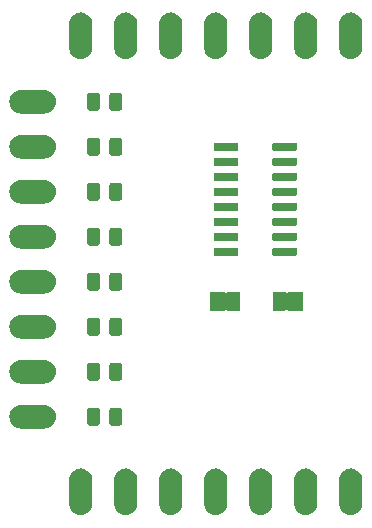
<source format=gbr>
G04 #@! TF.GenerationSoftware,KiCad,Pcbnew,5.1.5-5.1.5*
G04 #@! TF.CreationDate,2020-09-02T20:46:33-05:00*
G04 #@! TF.ProjectId,74HC597-Breakout,37344843-3539-4372-9d42-7265616b6f75,rev?*
G04 #@! TF.SameCoordinates,Original*
G04 #@! TF.FileFunction,Soldermask,Top*
G04 #@! TF.FilePolarity,Negative*
%FSLAX46Y46*%
G04 Gerber Fmt 4.6, Leading zero omitted, Abs format (unit mm)*
G04 Created by KiCad (PCBNEW 5.1.5-5.1.5) date 2020-09-02 20:46:33*
%MOMM*%
%LPD*%
G04 APERTURE LIST*
%ADD10C,0.100000*%
G04 APERTURE END LIST*
D10*
G36*
X132784719Y-132678520D02*
G01*
X132973880Y-132735901D01*
X132973883Y-132735902D01*
X133066333Y-132785318D01*
X133148212Y-132829083D01*
X133301015Y-132954485D01*
X133426417Y-133107288D01*
X133519599Y-133281619D01*
X133576980Y-133470780D01*
X133591500Y-133618206D01*
X133591500Y-135621794D01*
X133576980Y-135769220D01*
X133519599Y-135958381D01*
X133426417Y-136132712D01*
X133301015Y-136285515D01*
X133148212Y-136410917D01*
X132973881Y-136504099D01*
X132784720Y-136561480D01*
X132588000Y-136580855D01*
X132391281Y-136561480D01*
X132202120Y-136504099D01*
X132027789Y-136410917D01*
X131874986Y-136285515D01*
X131749584Y-136132712D01*
X131656402Y-135958381D01*
X131599021Y-135769220D01*
X131584501Y-135621794D01*
X131584500Y-133618207D01*
X131599020Y-133470781D01*
X131656401Y-133281620D01*
X131656402Y-133281617D01*
X131705818Y-133189167D01*
X131749583Y-133107288D01*
X131874985Y-132954485D01*
X132027788Y-132829083D01*
X132202119Y-132735901D01*
X132391280Y-132678520D01*
X132588000Y-132659145D01*
X132784719Y-132678520D01*
G37*
G36*
X136594719Y-132678520D02*
G01*
X136783880Y-132735901D01*
X136783883Y-132735902D01*
X136876333Y-132785318D01*
X136958212Y-132829083D01*
X137111015Y-132954485D01*
X137236417Y-133107288D01*
X137329599Y-133281619D01*
X137386980Y-133470780D01*
X137401500Y-133618206D01*
X137401500Y-135621794D01*
X137386980Y-135769220D01*
X137329599Y-135958381D01*
X137236417Y-136132712D01*
X137111015Y-136285515D01*
X136958212Y-136410917D01*
X136783881Y-136504099D01*
X136594720Y-136561480D01*
X136398000Y-136580855D01*
X136201281Y-136561480D01*
X136012120Y-136504099D01*
X135837789Y-136410917D01*
X135684986Y-136285515D01*
X135559584Y-136132712D01*
X135466402Y-135958381D01*
X135409021Y-135769220D01*
X135394501Y-135621794D01*
X135394500Y-133618207D01*
X135409020Y-133470781D01*
X135466401Y-133281620D01*
X135466402Y-133281617D01*
X135515818Y-133189167D01*
X135559583Y-133107288D01*
X135684985Y-132954485D01*
X135837788Y-132829083D01*
X136012119Y-132735901D01*
X136201280Y-132678520D01*
X136398000Y-132659145D01*
X136594719Y-132678520D01*
G37*
G36*
X140404719Y-132678520D02*
G01*
X140593880Y-132735901D01*
X140593883Y-132735902D01*
X140686333Y-132785318D01*
X140768212Y-132829083D01*
X140921015Y-132954485D01*
X141046417Y-133107288D01*
X141139599Y-133281619D01*
X141196980Y-133470780D01*
X141211500Y-133618206D01*
X141211500Y-135621794D01*
X141196980Y-135769220D01*
X141139599Y-135958381D01*
X141046417Y-136132712D01*
X140921015Y-136285515D01*
X140768212Y-136410917D01*
X140593881Y-136504099D01*
X140404720Y-136561480D01*
X140208000Y-136580855D01*
X140011281Y-136561480D01*
X139822120Y-136504099D01*
X139647789Y-136410917D01*
X139494986Y-136285515D01*
X139369584Y-136132712D01*
X139276402Y-135958381D01*
X139219021Y-135769220D01*
X139204501Y-135621794D01*
X139204500Y-133618207D01*
X139219020Y-133470781D01*
X139276401Y-133281620D01*
X139276402Y-133281617D01*
X139325818Y-133189167D01*
X139369583Y-133107288D01*
X139494985Y-132954485D01*
X139647788Y-132829083D01*
X139822119Y-132735901D01*
X140011280Y-132678520D01*
X140208000Y-132659145D01*
X140404719Y-132678520D01*
G37*
G36*
X144214719Y-132678520D02*
G01*
X144403880Y-132735901D01*
X144403883Y-132735902D01*
X144496333Y-132785318D01*
X144578212Y-132829083D01*
X144731015Y-132954485D01*
X144856417Y-133107288D01*
X144949599Y-133281619D01*
X145006980Y-133470780D01*
X145021500Y-133618206D01*
X145021500Y-135621794D01*
X145006980Y-135769220D01*
X144949599Y-135958381D01*
X144856417Y-136132712D01*
X144731015Y-136285515D01*
X144578212Y-136410917D01*
X144403881Y-136504099D01*
X144214720Y-136561480D01*
X144018000Y-136580855D01*
X143821281Y-136561480D01*
X143632120Y-136504099D01*
X143457789Y-136410917D01*
X143304986Y-136285515D01*
X143179584Y-136132712D01*
X143086402Y-135958381D01*
X143029021Y-135769220D01*
X143014501Y-135621794D01*
X143014500Y-133618207D01*
X143029020Y-133470781D01*
X143086401Y-133281620D01*
X143086402Y-133281617D01*
X143135818Y-133189167D01*
X143179583Y-133107288D01*
X143304985Y-132954485D01*
X143457788Y-132829083D01*
X143632119Y-132735901D01*
X143821280Y-132678520D01*
X144018000Y-132659145D01*
X144214719Y-132678520D01*
G37*
G36*
X151834719Y-132678520D02*
G01*
X152023880Y-132735901D01*
X152023883Y-132735902D01*
X152116333Y-132785318D01*
X152198212Y-132829083D01*
X152351015Y-132954485D01*
X152476417Y-133107288D01*
X152569599Y-133281619D01*
X152626980Y-133470780D01*
X152641500Y-133618206D01*
X152641500Y-135621794D01*
X152626980Y-135769220D01*
X152569599Y-135958381D01*
X152476417Y-136132712D01*
X152351015Y-136285515D01*
X152198212Y-136410917D01*
X152023881Y-136504099D01*
X151834720Y-136561480D01*
X151638000Y-136580855D01*
X151441281Y-136561480D01*
X151252120Y-136504099D01*
X151077789Y-136410917D01*
X150924986Y-136285515D01*
X150799584Y-136132712D01*
X150706402Y-135958381D01*
X150649021Y-135769220D01*
X150634501Y-135621794D01*
X150634500Y-133618207D01*
X150649020Y-133470781D01*
X150706401Y-133281620D01*
X150706402Y-133281617D01*
X150755818Y-133189167D01*
X150799583Y-133107288D01*
X150924985Y-132954485D01*
X151077788Y-132829083D01*
X151252119Y-132735901D01*
X151441280Y-132678520D01*
X151638000Y-132659145D01*
X151834719Y-132678520D01*
G37*
G36*
X155644719Y-132678520D02*
G01*
X155833880Y-132735901D01*
X155833883Y-132735902D01*
X155926333Y-132785318D01*
X156008212Y-132829083D01*
X156161015Y-132954485D01*
X156286417Y-133107288D01*
X156379599Y-133281619D01*
X156436980Y-133470780D01*
X156451500Y-133618206D01*
X156451500Y-135621794D01*
X156436980Y-135769220D01*
X156379599Y-135958381D01*
X156286417Y-136132712D01*
X156161015Y-136285515D01*
X156008212Y-136410917D01*
X155833881Y-136504099D01*
X155644720Y-136561480D01*
X155448000Y-136580855D01*
X155251281Y-136561480D01*
X155062120Y-136504099D01*
X154887789Y-136410917D01*
X154734986Y-136285515D01*
X154609584Y-136132712D01*
X154516402Y-135958381D01*
X154459021Y-135769220D01*
X154444501Y-135621794D01*
X154444500Y-133618207D01*
X154459020Y-133470781D01*
X154516401Y-133281620D01*
X154516402Y-133281617D01*
X154565818Y-133189167D01*
X154609583Y-133107288D01*
X154734985Y-132954485D01*
X154887788Y-132829083D01*
X155062119Y-132735901D01*
X155251280Y-132678520D01*
X155448000Y-132659145D01*
X155644719Y-132678520D01*
G37*
G36*
X148024719Y-132678520D02*
G01*
X148213880Y-132735901D01*
X148213883Y-132735902D01*
X148306333Y-132785318D01*
X148388212Y-132829083D01*
X148541015Y-132954485D01*
X148666417Y-133107288D01*
X148759599Y-133281619D01*
X148816980Y-133470780D01*
X148831500Y-133618206D01*
X148831500Y-135621794D01*
X148816980Y-135769220D01*
X148759599Y-135958381D01*
X148666417Y-136132712D01*
X148541015Y-136285515D01*
X148388212Y-136410917D01*
X148213881Y-136504099D01*
X148024720Y-136561480D01*
X147828000Y-136580855D01*
X147631281Y-136561480D01*
X147442120Y-136504099D01*
X147267789Y-136410917D01*
X147114986Y-136285515D01*
X146989584Y-136132712D01*
X146896402Y-135958381D01*
X146839021Y-135769220D01*
X146824501Y-135621794D01*
X146824500Y-133618207D01*
X146839020Y-133470781D01*
X146896401Y-133281620D01*
X146896402Y-133281617D01*
X146945818Y-133189167D01*
X146989583Y-133107288D01*
X147114985Y-132954485D01*
X147267788Y-132829083D01*
X147442119Y-132735901D01*
X147631280Y-132678520D01*
X147828000Y-132659145D01*
X148024719Y-132678520D01*
G37*
G36*
X129574936Y-127271340D02*
G01*
X129673220Y-127281020D01*
X129862381Y-127338401D01*
X130036712Y-127431583D01*
X130189515Y-127556985D01*
X130314917Y-127709788D01*
X130408099Y-127884119D01*
X130465480Y-128073280D01*
X130484855Y-128270000D01*
X130465480Y-128466720D01*
X130408099Y-128655881D01*
X130314917Y-128830212D01*
X130189515Y-128983015D01*
X130036712Y-129108417D01*
X129862381Y-129201599D01*
X129673220Y-129258980D01*
X129574936Y-129268660D01*
X129525795Y-129273500D01*
X127522205Y-129273500D01*
X127473064Y-129268660D01*
X127374780Y-129258980D01*
X127185619Y-129201599D01*
X127011288Y-129108417D01*
X126858485Y-128983015D01*
X126733083Y-128830212D01*
X126639901Y-128655881D01*
X126582520Y-128466720D01*
X126563145Y-128270000D01*
X126582520Y-128073280D01*
X126639901Y-127884119D01*
X126733083Y-127709788D01*
X126858485Y-127556985D01*
X127011288Y-127431583D01*
X127185619Y-127338401D01*
X127374780Y-127281020D01*
X127473064Y-127271340D01*
X127522205Y-127266500D01*
X129525795Y-127266500D01*
X129574936Y-127271340D01*
G37*
G36*
X135929468Y-127523565D02*
G01*
X135968138Y-127535296D01*
X136003777Y-127554346D01*
X136035017Y-127579983D01*
X136060654Y-127611223D01*
X136079704Y-127646862D01*
X136091435Y-127685532D01*
X136096000Y-127731888D01*
X136096000Y-128808112D01*
X136091435Y-128854468D01*
X136079704Y-128893138D01*
X136060654Y-128928777D01*
X136035017Y-128960017D01*
X136003777Y-128985654D01*
X135968138Y-129004704D01*
X135929468Y-129016435D01*
X135883112Y-129021000D01*
X135231888Y-129021000D01*
X135185532Y-129016435D01*
X135146862Y-129004704D01*
X135111223Y-128985654D01*
X135079983Y-128960017D01*
X135054346Y-128928777D01*
X135035296Y-128893138D01*
X135023565Y-128854468D01*
X135019000Y-128808112D01*
X135019000Y-127731888D01*
X135023565Y-127685532D01*
X135035296Y-127646862D01*
X135054346Y-127611223D01*
X135079983Y-127579983D01*
X135111223Y-127554346D01*
X135146862Y-127535296D01*
X135185532Y-127523565D01*
X135231888Y-127519000D01*
X135883112Y-127519000D01*
X135929468Y-127523565D01*
G37*
G36*
X134054468Y-127523565D02*
G01*
X134093138Y-127535296D01*
X134128777Y-127554346D01*
X134160017Y-127579983D01*
X134185654Y-127611223D01*
X134204704Y-127646862D01*
X134216435Y-127685532D01*
X134221000Y-127731888D01*
X134221000Y-128808112D01*
X134216435Y-128854468D01*
X134204704Y-128893138D01*
X134185654Y-128928777D01*
X134160017Y-128960017D01*
X134128777Y-128985654D01*
X134093138Y-129004704D01*
X134054468Y-129016435D01*
X134008112Y-129021000D01*
X133356888Y-129021000D01*
X133310532Y-129016435D01*
X133271862Y-129004704D01*
X133236223Y-128985654D01*
X133204983Y-128960017D01*
X133179346Y-128928777D01*
X133160296Y-128893138D01*
X133148565Y-128854468D01*
X133144000Y-128808112D01*
X133144000Y-127731888D01*
X133148565Y-127685532D01*
X133160296Y-127646862D01*
X133179346Y-127611223D01*
X133204983Y-127579983D01*
X133236223Y-127554346D01*
X133271862Y-127535296D01*
X133310532Y-127523565D01*
X133356888Y-127519000D01*
X134008112Y-127519000D01*
X134054468Y-127523565D01*
G37*
G36*
X129574936Y-123461340D02*
G01*
X129673220Y-123471020D01*
X129862381Y-123528401D01*
X130036712Y-123621583D01*
X130189515Y-123746985D01*
X130314917Y-123899788D01*
X130408099Y-124074119D01*
X130465480Y-124263280D01*
X130484855Y-124460000D01*
X130465480Y-124656720D01*
X130408099Y-124845881D01*
X130314917Y-125020212D01*
X130189515Y-125173015D01*
X130036712Y-125298417D01*
X129862381Y-125391599D01*
X129673220Y-125448980D01*
X129574936Y-125458660D01*
X129525795Y-125463500D01*
X127522205Y-125463500D01*
X127473064Y-125458660D01*
X127374780Y-125448980D01*
X127185619Y-125391599D01*
X127011288Y-125298417D01*
X126858485Y-125173015D01*
X126733083Y-125020212D01*
X126639901Y-124845881D01*
X126582520Y-124656720D01*
X126563145Y-124460000D01*
X126582520Y-124263280D01*
X126639901Y-124074119D01*
X126733083Y-123899788D01*
X126858485Y-123746985D01*
X127011288Y-123621583D01*
X127185619Y-123528401D01*
X127374780Y-123471020D01*
X127473064Y-123461340D01*
X127522205Y-123456500D01*
X129525795Y-123456500D01*
X129574936Y-123461340D01*
G37*
G36*
X135929468Y-123713565D02*
G01*
X135968138Y-123725296D01*
X136003777Y-123744346D01*
X136035017Y-123769983D01*
X136060654Y-123801223D01*
X136079704Y-123836862D01*
X136091435Y-123875532D01*
X136096000Y-123921888D01*
X136096000Y-124998112D01*
X136091435Y-125044468D01*
X136079704Y-125083138D01*
X136060654Y-125118777D01*
X136035017Y-125150017D01*
X136003777Y-125175654D01*
X135968138Y-125194704D01*
X135929468Y-125206435D01*
X135883112Y-125211000D01*
X135231888Y-125211000D01*
X135185532Y-125206435D01*
X135146862Y-125194704D01*
X135111223Y-125175654D01*
X135079983Y-125150017D01*
X135054346Y-125118777D01*
X135035296Y-125083138D01*
X135023565Y-125044468D01*
X135019000Y-124998112D01*
X135019000Y-123921888D01*
X135023565Y-123875532D01*
X135035296Y-123836862D01*
X135054346Y-123801223D01*
X135079983Y-123769983D01*
X135111223Y-123744346D01*
X135146862Y-123725296D01*
X135185532Y-123713565D01*
X135231888Y-123709000D01*
X135883112Y-123709000D01*
X135929468Y-123713565D01*
G37*
G36*
X134054468Y-123713565D02*
G01*
X134093138Y-123725296D01*
X134128777Y-123744346D01*
X134160017Y-123769983D01*
X134185654Y-123801223D01*
X134204704Y-123836862D01*
X134216435Y-123875532D01*
X134221000Y-123921888D01*
X134221000Y-124998112D01*
X134216435Y-125044468D01*
X134204704Y-125083138D01*
X134185654Y-125118777D01*
X134160017Y-125150017D01*
X134128777Y-125175654D01*
X134093138Y-125194704D01*
X134054468Y-125206435D01*
X134008112Y-125211000D01*
X133356888Y-125211000D01*
X133310532Y-125206435D01*
X133271862Y-125194704D01*
X133236223Y-125175654D01*
X133204983Y-125150017D01*
X133179346Y-125118777D01*
X133160296Y-125083138D01*
X133148565Y-125044468D01*
X133144000Y-124998112D01*
X133144000Y-123921888D01*
X133148565Y-123875532D01*
X133160296Y-123836862D01*
X133179346Y-123801223D01*
X133204983Y-123769983D01*
X133236223Y-123744346D01*
X133271862Y-123725296D01*
X133310532Y-123713565D01*
X133356888Y-123709000D01*
X134008112Y-123709000D01*
X134054468Y-123713565D01*
G37*
G36*
X129574936Y-119651340D02*
G01*
X129673220Y-119661020D01*
X129862381Y-119718401D01*
X130036712Y-119811583D01*
X130189515Y-119936985D01*
X130314917Y-120089788D01*
X130408099Y-120264119D01*
X130465480Y-120453280D01*
X130484855Y-120650000D01*
X130465480Y-120846720D01*
X130408099Y-121035881D01*
X130314917Y-121210212D01*
X130189515Y-121363015D01*
X130036712Y-121488417D01*
X129862381Y-121581599D01*
X129673220Y-121638980D01*
X129574936Y-121648660D01*
X129525795Y-121653500D01*
X127522205Y-121653500D01*
X127473064Y-121648660D01*
X127374780Y-121638980D01*
X127185619Y-121581599D01*
X127011288Y-121488417D01*
X126858485Y-121363015D01*
X126733083Y-121210212D01*
X126639901Y-121035881D01*
X126582520Y-120846720D01*
X126563145Y-120650000D01*
X126582520Y-120453280D01*
X126639901Y-120264119D01*
X126733083Y-120089788D01*
X126858485Y-119936985D01*
X127011288Y-119811583D01*
X127185619Y-119718401D01*
X127374780Y-119661020D01*
X127473064Y-119651340D01*
X127522205Y-119646500D01*
X129525795Y-119646500D01*
X129574936Y-119651340D01*
G37*
G36*
X135929468Y-119903565D02*
G01*
X135968138Y-119915296D01*
X136003777Y-119934346D01*
X136035017Y-119959983D01*
X136060654Y-119991223D01*
X136079704Y-120026862D01*
X136091435Y-120065532D01*
X136096000Y-120111888D01*
X136096000Y-121188112D01*
X136091435Y-121234468D01*
X136079704Y-121273138D01*
X136060654Y-121308777D01*
X136035017Y-121340017D01*
X136003777Y-121365654D01*
X135968138Y-121384704D01*
X135929468Y-121396435D01*
X135883112Y-121401000D01*
X135231888Y-121401000D01*
X135185532Y-121396435D01*
X135146862Y-121384704D01*
X135111223Y-121365654D01*
X135079983Y-121340017D01*
X135054346Y-121308777D01*
X135035296Y-121273138D01*
X135023565Y-121234468D01*
X135019000Y-121188112D01*
X135019000Y-120111888D01*
X135023565Y-120065532D01*
X135035296Y-120026862D01*
X135054346Y-119991223D01*
X135079983Y-119959983D01*
X135111223Y-119934346D01*
X135146862Y-119915296D01*
X135185532Y-119903565D01*
X135231888Y-119899000D01*
X135883112Y-119899000D01*
X135929468Y-119903565D01*
G37*
G36*
X134054468Y-119903565D02*
G01*
X134093138Y-119915296D01*
X134128777Y-119934346D01*
X134160017Y-119959983D01*
X134185654Y-119991223D01*
X134204704Y-120026862D01*
X134216435Y-120065532D01*
X134221000Y-120111888D01*
X134221000Y-121188112D01*
X134216435Y-121234468D01*
X134204704Y-121273138D01*
X134185654Y-121308777D01*
X134160017Y-121340017D01*
X134128777Y-121365654D01*
X134093138Y-121384704D01*
X134054468Y-121396435D01*
X134008112Y-121401000D01*
X133356888Y-121401000D01*
X133310532Y-121396435D01*
X133271862Y-121384704D01*
X133236223Y-121365654D01*
X133204983Y-121340017D01*
X133179346Y-121308777D01*
X133160296Y-121273138D01*
X133148565Y-121234468D01*
X133144000Y-121188112D01*
X133144000Y-120111888D01*
X133148565Y-120065532D01*
X133160296Y-120026862D01*
X133179346Y-119991223D01*
X133204983Y-119959983D01*
X133236223Y-119934346D01*
X133271862Y-119915296D01*
X133310532Y-119903565D01*
X133356888Y-119899000D01*
X134008112Y-119899000D01*
X134054468Y-119903565D01*
G37*
G36*
X144751999Y-117690737D02*
G01*
X144761608Y-117693652D01*
X144770472Y-117698390D01*
X144778237Y-117704763D01*
X144788884Y-117717737D01*
X144795053Y-117726968D01*
X144812381Y-117744294D01*
X144832756Y-117757907D01*
X144855395Y-117767283D01*
X144879428Y-117772063D01*
X144903932Y-117772062D01*
X144927965Y-117767280D01*
X144950604Y-117757902D01*
X144970978Y-117744287D01*
X144988304Y-117726959D01*
X144995175Y-117717683D01*
X145005726Y-117704800D01*
X145007103Y-117703668D01*
X145013484Y-117698419D01*
X145022339Y-117693674D01*
X145025377Y-117692749D01*
X145031915Y-117690758D01*
X145031918Y-117690758D01*
X145031950Y-117690748D01*
X145042000Y-117689753D01*
X145042065Y-117689753D01*
X145048175Y-117689148D01*
X146035860Y-117689148D01*
X146051999Y-117690737D01*
X146061608Y-117693652D01*
X146070472Y-117698390D01*
X146078237Y-117704763D01*
X146084610Y-117712528D01*
X146089348Y-117721392D01*
X146092263Y-117731001D01*
X146093852Y-117747140D01*
X146093852Y-119234860D01*
X146092263Y-119250999D01*
X146089348Y-119260608D01*
X146084610Y-119269472D01*
X146078237Y-119277237D01*
X146070472Y-119283610D01*
X146061608Y-119288348D01*
X146051999Y-119291263D01*
X146035860Y-119292852D01*
X145048140Y-119292852D01*
X145032001Y-119291263D01*
X145022392Y-119288348D01*
X145013528Y-119283610D01*
X145005788Y-119277258D01*
X145005787Y-119277257D01*
X145005763Y-119277237D01*
X144999360Y-119269427D01*
X144999323Y-119269372D01*
X144991520Y-119259853D01*
X144991489Y-119259878D01*
X144980147Y-119246028D01*
X144961221Y-119230463D01*
X144939623Y-119218889D01*
X144916181Y-119211751D01*
X144891798Y-119209324D01*
X144867409Y-119211700D01*
X144843953Y-119218789D01*
X144822330Y-119230318D01*
X144803372Y-119245843D01*
X144787807Y-119264769D01*
X144785971Y-119267825D01*
X144784582Y-119269514D01*
X144784581Y-119269516D01*
X144779485Y-119275712D01*
X144778200Y-119277274D01*
X144770425Y-119283642D01*
X144764517Y-119286791D01*
X144761562Y-119288367D01*
X144752014Y-119291252D01*
X144751915Y-119291282D01*
X144735887Y-119292852D01*
X143598140Y-119292852D01*
X143582001Y-119291263D01*
X143572392Y-119288348D01*
X143563528Y-119283610D01*
X143555763Y-119277237D01*
X143549390Y-119269472D01*
X143544652Y-119260608D01*
X143541737Y-119250999D01*
X143540148Y-119234860D01*
X143540148Y-117747140D01*
X143541737Y-117731001D01*
X143544652Y-117721392D01*
X143549390Y-117712528D01*
X143555763Y-117704763D01*
X143563528Y-117698390D01*
X143572392Y-117693652D01*
X143582001Y-117690737D01*
X143598140Y-117689148D01*
X144735860Y-117689148D01*
X144751999Y-117690737D01*
G37*
G36*
X149898999Y-117690737D02*
G01*
X149908608Y-117693652D01*
X149917472Y-117698390D01*
X149925212Y-117704742D01*
X149925213Y-117704743D01*
X149925237Y-117704763D01*
X149931640Y-117712573D01*
X149931677Y-117712628D01*
X149939480Y-117722147D01*
X149939511Y-117722122D01*
X149950853Y-117735972D01*
X149969779Y-117751537D01*
X149991377Y-117763111D01*
X150014819Y-117770249D01*
X150039202Y-117772676D01*
X150063591Y-117770300D01*
X150087047Y-117763211D01*
X150108670Y-117751682D01*
X150127628Y-117736157D01*
X150143193Y-117717231D01*
X150145029Y-117714175D01*
X150146418Y-117712486D01*
X150146419Y-117712484D01*
X150152801Y-117704725D01*
X150160573Y-117698360D01*
X150160575Y-117698358D01*
X150166483Y-117695209D01*
X150169438Y-117693633D01*
X150179055Y-117690727D01*
X150179085Y-117690718D01*
X150195113Y-117689148D01*
X151332860Y-117689148D01*
X151348999Y-117690737D01*
X151358608Y-117693652D01*
X151367472Y-117698390D01*
X151375237Y-117704763D01*
X151381610Y-117712528D01*
X151386348Y-117721392D01*
X151389263Y-117731001D01*
X151390852Y-117747140D01*
X151390852Y-119234860D01*
X151389263Y-119250999D01*
X151386348Y-119260608D01*
X151381610Y-119269472D01*
X151375237Y-119277237D01*
X151367472Y-119283610D01*
X151358608Y-119288348D01*
X151348999Y-119291263D01*
X151332860Y-119292852D01*
X150195140Y-119292852D01*
X150179001Y-119291263D01*
X150169392Y-119288348D01*
X150160528Y-119283610D01*
X150152763Y-119277237D01*
X150142116Y-119264263D01*
X150135947Y-119255032D01*
X150118619Y-119237706D01*
X150098244Y-119224093D01*
X150075605Y-119214717D01*
X150051572Y-119209937D01*
X150027068Y-119209938D01*
X150003035Y-119214720D01*
X149980396Y-119224098D01*
X149960022Y-119237713D01*
X149942696Y-119255041D01*
X149935825Y-119264317D01*
X149931640Y-119269427D01*
X149925275Y-119277199D01*
X149917516Y-119283581D01*
X149908661Y-119288326D01*
X149905623Y-119289251D01*
X149899085Y-119291242D01*
X149899082Y-119291242D01*
X149899050Y-119291252D01*
X149889000Y-119292247D01*
X149888935Y-119292247D01*
X149882825Y-119292852D01*
X148895140Y-119292852D01*
X148879001Y-119291263D01*
X148869392Y-119288348D01*
X148860528Y-119283610D01*
X148852763Y-119277237D01*
X148846390Y-119269472D01*
X148841652Y-119260608D01*
X148838737Y-119250999D01*
X148837148Y-119234860D01*
X148837148Y-117747140D01*
X148838737Y-117731001D01*
X148841652Y-117721392D01*
X148846390Y-117712528D01*
X148852763Y-117704763D01*
X148860528Y-117698390D01*
X148869392Y-117693652D01*
X148879001Y-117690737D01*
X148895140Y-117689148D01*
X149882860Y-117689148D01*
X149898999Y-117690737D01*
G37*
G36*
X129574936Y-115841340D02*
G01*
X129673220Y-115851020D01*
X129862381Y-115908401D01*
X130036712Y-116001583D01*
X130189515Y-116126985D01*
X130314917Y-116279788D01*
X130408099Y-116454119D01*
X130465480Y-116643280D01*
X130484855Y-116840000D01*
X130465480Y-117036720D01*
X130408099Y-117225881D01*
X130314917Y-117400212D01*
X130189515Y-117553015D01*
X130036712Y-117678417D01*
X129862381Y-117771599D01*
X129673220Y-117828980D01*
X129574936Y-117838660D01*
X129525795Y-117843500D01*
X127522205Y-117843500D01*
X127473064Y-117838660D01*
X127374780Y-117828980D01*
X127185619Y-117771599D01*
X127011288Y-117678417D01*
X126858485Y-117553015D01*
X126733083Y-117400212D01*
X126639901Y-117225881D01*
X126582520Y-117036720D01*
X126563145Y-116840000D01*
X126582520Y-116643280D01*
X126639901Y-116454119D01*
X126733083Y-116279788D01*
X126858485Y-116126985D01*
X127011288Y-116001583D01*
X127185619Y-115908401D01*
X127374780Y-115851020D01*
X127473064Y-115841340D01*
X127522205Y-115836500D01*
X129525795Y-115836500D01*
X129574936Y-115841340D01*
G37*
G36*
X135929468Y-116093565D02*
G01*
X135968138Y-116105296D01*
X136003777Y-116124346D01*
X136035017Y-116149983D01*
X136060654Y-116181223D01*
X136079704Y-116216862D01*
X136091435Y-116255532D01*
X136096000Y-116301888D01*
X136096000Y-117378112D01*
X136091435Y-117424468D01*
X136079704Y-117463138D01*
X136060654Y-117498777D01*
X136035017Y-117530017D01*
X136003777Y-117555654D01*
X135968138Y-117574704D01*
X135929468Y-117586435D01*
X135883112Y-117591000D01*
X135231888Y-117591000D01*
X135185532Y-117586435D01*
X135146862Y-117574704D01*
X135111223Y-117555654D01*
X135079983Y-117530017D01*
X135054346Y-117498777D01*
X135035296Y-117463138D01*
X135023565Y-117424468D01*
X135019000Y-117378112D01*
X135019000Y-116301888D01*
X135023565Y-116255532D01*
X135035296Y-116216862D01*
X135054346Y-116181223D01*
X135079983Y-116149983D01*
X135111223Y-116124346D01*
X135146862Y-116105296D01*
X135185532Y-116093565D01*
X135231888Y-116089000D01*
X135883112Y-116089000D01*
X135929468Y-116093565D01*
G37*
G36*
X134054468Y-116093565D02*
G01*
X134093138Y-116105296D01*
X134128777Y-116124346D01*
X134160017Y-116149983D01*
X134185654Y-116181223D01*
X134204704Y-116216862D01*
X134216435Y-116255532D01*
X134221000Y-116301888D01*
X134221000Y-117378112D01*
X134216435Y-117424468D01*
X134204704Y-117463138D01*
X134185654Y-117498777D01*
X134160017Y-117530017D01*
X134128777Y-117555654D01*
X134093138Y-117574704D01*
X134054468Y-117586435D01*
X134008112Y-117591000D01*
X133356888Y-117591000D01*
X133310532Y-117586435D01*
X133271862Y-117574704D01*
X133236223Y-117555654D01*
X133204983Y-117530017D01*
X133179346Y-117498777D01*
X133160296Y-117463138D01*
X133148565Y-117424468D01*
X133144000Y-117378112D01*
X133144000Y-116301888D01*
X133148565Y-116255532D01*
X133160296Y-116216862D01*
X133179346Y-116181223D01*
X133204983Y-116149983D01*
X133236223Y-116124346D01*
X133271862Y-116105296D01*
X133310532Y-116093565D01*
X133356888Y-116089000D01*
X134008112Y-116089000D01*
X134054468Y-116093565D01*
G37*
G36*
X145844928Y-113951764D02*
G01*
X145866009Y-113958160D01*
X145885445Y-113968548D01*
X145902476Y-113982524D01*
X145916452Y-113999555D01*
X145926840Y-114018991D01*
X145933236Y-114040072D01*
X145936000Y-114068140D01*
X145936000Y-114531860D01*
X145933236Y-114559928D01*
X145926840Y-114581009D01*
X145916452Y-114600445D01*
X145902476Y-114617476D01*
X145885445Y-114631452D01*
X145866009Y-114641840D01*
X145844928Y-114648236D01*
X145816860Y-114651000D01*
X144003140Y-114651000D01*
X143975072Y-114648236D01*
X143953991Y-114641840D01*
X143934555Y-114631452D01*
X143917524Y-114617476D01*
X143903548Y-114600445D01*
X143893160Y-114581009D01*
X143886764Y-114559928D01*
X143884000Y-114531860D01*
X143884000Y-114068140D01*
X143886764Y-114040072D01*
X143893160Y-114018991D01*
X143903548Y-113999555D01*
X143917524Y-113982524D01*
X143934555Y-113968548D01*
X143953991Y-113958160D01*
X143975072Y-113951764D01*
X144003140Y-113949000D01*
X145816860Y-113949000D01*
X145844928Y-113951764D01*
G37*
G36*
X150794928Y-113951764D02*
G01*
X150816009Y-113958160D01*
X150835445Y-113968548D01*
X150852476Y-113982524D01*
X150866452Y-113999555D01*
X150876840Y-114018991D01*
X150883236Y-114040072D01*
X150886000Y-114068140D01*
X150886000Y-114531860D01*
X150883236Y-114559928D01*
X150876840Y-114581009D01*
X150866452Y-114600445D01*
X150852476Y-114617476D01*
X150835445Y-114631452D01*
X150816009Y-114641840D01*
X150794928Y-114648236D01*
X150766860Y-114651000D01*
X148953140Y-114651000D01*
X148925072Y-114648236D01*
X148903991Y-114641840D01*
X148884555Y-114631452D01*
X148867524Y-114617476D01*
X148853548Y-114600445D01*
X148843160Y-114581009D01*
X148836764Y-114559928D01*
X148834000Y-114531860D01*
X148834000Y-114068140D01*
X148836764Y-114040072D01*
X148843160Y-114018991D01*
X148853548Y-113999555D01*
X148867524Y-113982524D01*
X148884555Y-113968548D01*
X148903991Y-113958160D01*
X148925072Y-113951764D01*
X148953140Y-113949000D01*
X150766860Y-113949000D01*
X150794928Y-113951764D01*
G37*
G36*
X129574936Y-112031340D02*
G01*
X129673220Y-112041020D01*
X129862381Y-112098401D01*
X130036712Y-112191583D01*
X130189515Y-112316985D01*
X130314917Y-112469788D01*
X130408099Y-112644119D01*
X130465480Y-112833280D01*
X130484855Y-113030000D01*
X130465480Y-113226720D01*
X130408099Y-113415881D01*
X130314917Y-113590212D01*
X130189515Y-113743015D01*
X130036712Y-113868417D01*
X129862381Y-113961599D01*
X129673220Y-114018980D01*
X129591821Y-114026997D01*
X129525795Y-114033500D01*
X127522205Y-114033500D01*
X127456179Y-114026997D01*
X127374780Y-114018980D01*
X127185619Y-113961599D01*
X127011288Y-113868417D01*
X126858485Y-113743015D01*
X126733083Y-113590212D01*
X126639901Y-113415881D01*
X126582520Y-113226720D01*
X126563145Y-113030000D01*
X126582520Y-112833280D01*
X126639901Y-112644119D01*
X126733083Y-112469788D01*
X126858485Y-112316985D01*
X127011288Y-112191583D01*
X127185619Y-112098401D01*
X127374780Y-112041020D01*
X127473064Y-112031340D01*
X127522205Y-112026500D01*
X129525795Y-112026500D01*
X129574936Y-112031340D01*
G37*
G36*
X134054468Y-112283565D02*
G01*
X134093138Y-112295296D01*
X134128777Y-112314346D01*
X134160017Y-112339983D01*
X134185654Y-112371223D01*
X134204704Y-112406862D01*
X134216435Y-112445532D01*
X134221000Y-112491888D01*
X134221000Y-113568112D01*
X134216435Y-113614468D01*
X134204704Y-113653138D01*
X134185654Y-113688777D01*
X134160017Y-113720017D01*
X134128777Y-113745654D01*
X134093138Y-113764704D01*
X134054468Y-113776435D01*
X134008112Y-113781000D01*
X133356888Y-113781000D01*
X133310532Y-113776435D01*
X133271862Y-113764704D01*
X133236223Y-113745654D01*
X133204983Y-113720017D01*
X133179346Y-113688777D01*
X133160296Y-113653138D01*
X133148565Y-113614468D01*
X133144000Y-113568112D01*
X133144000Y-112491888D01*
X133148565Y-112445532D01*
X133160296Y-112406862D01*
X133179346Y-112371223D01*
X133204983Y-112339983D01*
X133236223Y-112314346D01*
X133271862Y-112295296D01*
X133310532Y-112283565D01*
X133356888Y-112279000D01*
X134008112Y-112279000D01*
X134054468Y-112283565D01*
G37*
G36*
X135929468Y-112283565D02*
G01*
X135968138Y-112295296D01*
X136003777Y-112314346D01*
X136035017Y-112339983D01*
X136060654Y-112371223D01*
X136079704Y-112406862D01*
X136091435Y-112445532D01*
X136096000Y-112491888D01*
X136096000Y-113568112D01*
X136091435Y-113614468D01*
X136079704Y-113653138D01*
X136060654Y-113688777D01*
X136035017Y-113720017D01*
X136003777Y-113745654D01*
X135968138Y-113764704D01*
X135929468Y-113776435D01*
X135883112Y-113781000D01*
X135231888Y-113781000D01*
X135185532Y-113776435D01*
X135146862Y-113764704D01*
X135111223Y-113745654D01*
X135079983Y-113720017D01*
X135054346Y-113688777D01*
X135035296Y-113653138D01*
X135023565Y-113614468D01*
X135019000Y-113568112D01*
X135019000Y-112491888D01*
X135023565Y-112445532D01*
X135035296Y-112406862D01*
X135054346Y-112371223D01*
X135079983Y-112339983D01*
X135111223Y-112314346D01*
X135146862Y-112295296D01*
X135185532Y-112283565D01*
X135231888Y-112279000D01*
X135883112Y-112279000D01*
X135929468Y-112283565D01*
G37*
G36*
X145844928Y-112681764D02*
G01*
X145866009Y-112688160D01*
X145885445Y-112698548D01*
X145902476Y-112712524D01*
X145916452Y-112729555D01*
X145926840Y-112748991D01*
X145933236Y-112770072D01*
X145936000Y-112798140D01*
X145936000Y-113261860D01*
X145933236Y-113289928D01*
X145926840Y-113311009D01*
X145916452Y-113330445D01*
X145902476Y-113347476D01*
X145885445Y-113361452D01*
X145866009Y-113371840D01*
X145844928Y-113378236D01*
X145816860Y-113381000D01*
X144003140Y-113381000D01*
X143975072Y-113378236D01*
X143953991Y-113371840D01*
X143934555Y-113361452D01*
X143917524Y-113347476D01*
X143903548Y-113330445D01*
X143893160Y-113311009D01*
X143886764Y-113289928D01*
X143884000Y-113261860D01*
X143884000Y-112798140D01*
X143886764Y-112770072D01*
X143893160Y-112748991D01*
X143903548Y-112729555D01*
X143917524Y-112712524D01*
X143934555Y-112698548D01*
X143953991Y-112688160D01*
X143975072Y-112681764D01*
X144003140Y-112679000D01*
X145816860Y-112679000D01*
X145844928Y-112681764D01*
G37*
G36*
X150794928Y-112681764D02*
G01*
X150816009Y-112688160D01*
X150835445Y-112698548D01*
X150852476Y-112712524D01*
X150866452Y-112729555D01*
X150876840Y-112748991D01*
X150883236Y-112770072D01*
X150886000Y-112798140D01*
X150886000Y-113261860D01*
X150883236Y-113289928D01*
X150876840Y-113311009D01*
X150866452Y-113330445D01*
X150852476Y-113347476D01*
X150835445Y-113361452D01*
X150816009Y-113371840D01*
X150794928Y-113378236D01*
X150766860Y-113381000D01*
X148953140Y-113381000D01*
X148925072Y-113378236D01*
X148903991Y-113371840D01*
X148884555Y-113361452D01*
X148867524Y-113347476D01*
X148853548Y-113330445D01*
X148843160Y-113311009D01*
X148836764Y-113289928D01*
X148834000Y-113261860D01*
X148834000Y-112798140D01*
X148836764Y-112770072D01*
X148843160Y-112748991D01*
X148853548Y-112729555D01*
X148867524Y-112712524D01*
X148884555Y-112698548D01*
X148903991Y-112688160D01*
X148925072Y-112681764D01*
X148953140Y-112679000D01*
X150766860Y-112679000D01*
X150794928Y-112681764D01*
G37*
G36*
X145844928Y-111411764D02*
G01*
X145866009Y-111418160D01*
X145885445Y-111428548D01*
X145902476Y-111442524D01*
X145916452Y-111459555D01*
X145926840Y-111478991D01*
X145933236Y-111500072D01*
X145936000Y-111528140D01*
X145936000Y-111991860D01*
X145933236Y-112019928D01*
X145926840Y-112041009D01*
X145916452Y-112060445D01*
X145902476Y-112077476D01*
X145885445Y-112091452D01*
X145866009Y-112101840D01*
X145844928Y-112108236D01*
X145816860Y-112111000D01*
X144003140Y-112111000D01*
X143975072Y-112108236D01*
X143953991Y-112101840D01*
X143934555Y-112091452D01*
X143917524Y-112077476D01*
X143903548Y-112060445D01*
X143893160Y-112041009D01*
X143886764Y-112019928D01*
X143884000Y-111991860D01*
X143884000Y-111528140D01*
X143886764Y-111500072D01*
X143893160Y-111478991D01*
X143903548Y-111459555D01*
X143917524Y-111442524D01*
X143934555Y-111428548D01*
X143953991Y-111418160D01*
X143975072Y-111411764D01*
X144003140Y-111409000D01*
X145816860Y-111409000D01*
X145844928Y-111411764D01*
G37*
G36*
X150794928Y-111411764D02*
G01*
X150816009Y-111418160D01*
X150835445Y-111428548D01*
X150852476Y-111442524D01*
X150866452Y-111459555D01*
X150876840Y-111478991D01*
X150883236Y-111500072D01*
X150886000Y-111528140D01*
X150886000Y-111991860D01*
X150883236Y-112019928D01*
X150876840Y-112041009D01*
X150866452Y-112060445D01*
X150852476Y-112077476D01*
X150835445Y-112091452D01*
X150816009Y-112101840D01*
X150794928Y-112108236D01*
X150766860Y-112111000D01*
X148953140Y-112111000D01*
X148925072Y-112108236D01*
X148903991Y-112101840D01*
X148884555Y-112091452D01*
X148867524Y-112077476D01*
X148853548Y-112060445D01*
X148843160Y-112041009D01*
X148836764Y-112019928D01*
X148834000Y-111991860D01*
X148834000Y-111528140D01*
X148836764Y-111500072D01*
X148843160Y-111478991D01*
X148853548Y-111459555D01*
X148867524Y-111442524D01*
X148884555Y-111428548D01*
X148903991Y-111418160D01*
X148925072Y-111411764D01*
X148953140Y-111409000D01*
X150766860Y-111409000D01*
X150794928Y-111411764D01*
G37*
G36*
X150794928Y-110141764D02*
G01*
X150816009Y-110148160D01*
X150835445Y-110158548D01*
X150852476Y-110172524D01*
X150866452Y-110189555D01*
X150876840Y-110208991D01*
X150883236Y-110230072D01*
X150886000Y-110258140D01*
X150886000Y-110721860D01*
X150883236Y-110749928D01*
X150876840Y-110771009D01*
X150866452Y-110790445D01*
X150852476Y-110807476D01*
X150835445Y-110821452D01*
X150816009Y-110831840D01*
X150794928Y-110838236D01*
X150766860Y-110841000D01*
X148953140Y-110841000D01*
X148925072Y-110838236D01*
X148903991Y-110831840D01*
X148884555Y-110821452D01*
X148867524Y-110807476D01*
X148853548Y-110790445D01*
X148843160Y-110771009D01*
X148836764Y-110749928D01*
X148834000Y-110721860D01*
X148834000Y-110258140D01*
X148836764Y-110230072D01*
X148843160Y-110208991D01*
X148853548Y-110189555D01*
X148867524Y-110172524D01*
X148884555Y-110158548D01*
X148903991Y-110148160D01*
X148925072Y-110141764D01*
X148953140Y-110139000D01*
X150766860Y-110139000D01*
X150794928Y-110141764D01*
G37*
G36*
X145844928Y-110141764D02*
G01*
X145866009Y-110148160D01*
X145885445Y-110158548D01*
X145902476Y-110172524D01*
X145916452Y-110189555D01*
X145926840Y-110208991D01*
X145933236Y-110230072D01*
X145936000Y-110258140D01*
X145936000Y-110721860D01*
X145933236Y-110749928D01*
X145926840Y-110771009D01*
X145916452Y-110790445D01*
X145902476Y-110807476D01*
X145885445Y-110821452D01*
X145866009Y-110831840D01*
X145844928Y-110838236D01*
X145816860Y-110841000D01*
X144003140Y-110841000D01*
X143975072Y-110838236D01*
X143953991Y-110831840D01*
X143934555Y-110821452D01*
X143917524Y-110807476D01*
X143903548Y-110790445D01*
X143893160Y-110771009D01*
X143886764Y-110749928D01*
X143884000Y-110721860D01*
X143884000Y-110258140D01*
X143886764Y-110230072D01*
X143893160Y-110208991D01*
X143903548Y-110189555D01*
X143917524Y-110172524D01*
X143934555Y-110158548D01*
X143953991Y-110148160D01*
X143975072Y-110141764D01*
X144003140Y-110139000D01*
X145816860Y-110139000D01*
X145844928Y-110141764D01*
G37*
G36*
X129574936Y-108221340D02*
G01*
X129673220Y-108231020D01*
X129862381Y-108288401D01*
X130036712Y-108381583D01*
X130189515Y-108506985D01*
X130314917Y-108659788D01*
X130408099Y-108834119D01*
X130465480Y-109023280D01*
X130484855Y-109220000D01*
X130465480Y-109416720D01*
X130408099Y-109605881D01*
X130314917Y-109780212D01*
X130189515Y-109933015D01*
X130036712Y-110058417D01*
X129862381Y-110151599D01*
X129673220Y-110208980D01*
X129591821Y-110216997D01*
X129525795Y-110223500D01*
X127522205Y-110223500D01*
X127456179Y-110216997D01*
X127374780Y-110208980D01*
X127185619Y-110151599D01*
X127011288Y-110058417D01*
X126858485Y-109933015D01*
X126733083Y-109780212D01*
X126639901Y-109605881D01*
X126582520Y-109416720D01*
X126563145Y-109220000D01*
X126582520Y-109023280D01*
X126639901Y-108834119D01*
X126733083Y-108659788D01*
X126858485Y-108506985D01*
X127011288Y-108381583D01*
X127185619Y-108288401D01*
X127374780Y-108231020D01*
X127473064Y-108221340D01*
X127522205Y-108216500D01*
X129525795Y-108216500D01*
X129574936Y-108221340D01*
G37*
G36*
X135929468Y-108473565D02*
G01*
X135968138Y-108485296D01*
X136003777Y-108504346D01*
X136035017Y-108529983D01*
X136060654Y-108561223D01*
X136079704Y-108596862D01*
X136091435Y-108635532D01*
X136096000Y-108681888D01*
X136096000Y-109758112D01*
X136091435Y-109804468D01*
X136079704Y-109843138D01*
X136060654Y-109878777D01*
X136035017Y-109910017D01*
X136003777Y-109935654D01*
X135968138Y-109954704D01*
X135929468Y-109966435D01*
X135883112Y-109971000D01*
X135231888Y-109971000D01*
X135185532Y-109966435D01*
X135146862Y-109954704D01*
X135111223Y-109935654D01*
X135079983Y-109910017D01*
X135054346Y-109878777D01*
X135035296Y-109843138D01*
X135023565Y-109804468D01*
X135019000Y-109758112D01*
X135019000Y-108681888D01*
X135023565Y-108635532D01*
X135035296Y-108596862D01*
X135054346Y-108561223D01*
X135079983Y-108529983D01*
X135111223Y-108504346D01*
X135146862Y-108485296D01*
X135185532Y-108473565D01*
X135231888Y-108469000D01*
X135883112Y-108469000D01*
X135929468Y-108473565D01*
G37*
G36*
X134054468Y-108473565D02*
G01*
X134093138Y-108485296D01*
X134128777Y-108504346D01*
X134160017Y-108529983D01*
X134185654Y-108561223D01*
X134204704Y-108596862D01*
X134216435Y-108635532D01*
X134221000Y-108681888D01*
X134221000Y-109758112D01*
X134216435Y-109804468D01*
X134204704Y-109843138D01*
X134185654Y-109878777D01*
X134160017Y-109910017D01*
X134128777Y-109935654D01*
X134093138Y-109954704D01*
X134054468Y-109966435D01*
X134008112Y-109971000D01*
X133356888Y-109971000D01*
X133310532Y-109966435D01*
X133271862Y-109954704D01*
X133236223Y-109935654D01*
X133204983Y-109910017D01*
X133179346Y-109878777D01*
X133160296Y-109843138D01*
X133148565Y-109804468D01*
X133144000Y-109758112D01*
X133144000Y-108681888D01*
X133148565Y-108635532D01*
X133160296Y-108596862D01*
X133179346Y-108561223D01*
X133204983Y-108529983D01*
X133236223Y-108504346D01*
X133271862Y-108485296D01*
X133310532Y-108473565D01*
X133356888Y-108469000D01*
X134008112Y-108469000D01*
X134054468Y-108473565D01*
G37*
G36*
X145844928Y-108871764D02*
G01*
X145866009Y-108878160D01*
X145885445Y-108888548D01*
X145902476Y-108902524D01*
X145916452Y-108919555D01*
X145926840Y-108938991D01*
X145933236Y-108960072D01*
X145936000Y-108988140D01*
X145936000Y-109451860D01*
X145933236Y-109479928D01*
X145926840Y-109501009D01*
X145916452Y-109520445D01*
X145902476Y-109537476D01*
X145885445Y-109551452D01*
X145866009Y-109561840D01*
X145844928Y-109568236D01*
X145816860Y-109571000D01*
X144003140Y-109571000D01*
X143975072Y-109568236D01*
X143953991Y-109561840D01*
X143934555Y-109551452D01*
X143917524Y-109537476D01*
X143903548Y-109520445D01*
X143893160Y-109501009D01*
X143886764Y-109479928D01*
X143884000Y-109451860D01*
X143884000Y-108988140D01*
X143886764Y-108960072D01*
X143893160Y-108938991D01*
X143903548Y-108919555D01*
X143917524Y-108902524D01*
X143934555Y-108888548D01*
X143953991Y-108878160D01*
X143975072Y-108871764D01*
X144003140Y-108869000D01*
X145816860Y-108869000D01*
X145844928Y-108871764D01*
G37*
G36*
X150794928Y-108871764D02*
G01*
X150816009Y-108878160D01*
X150835445Y-108888548D01*
X150852476Y-108902524D01*
X150866452Y-108919555D01*
X150876840Y-108938991D01*
X150883236Y-108960072D01*
X150886000Y-108988140D01*
X150886000Y-109451860D01*
X150883236Y-109479928D01*
X150876840Y-109501009D01*
X150866452Y-109520445D01*
X150852476Y-109537476D01*
X150835445Y-109551452D01*
X150816009Y-109561840D01*
X150794928Y-109568236D01*
X150766860Y-109571000D01*
X148953140Y-109571000D01*
X148925072Y-109568236D01*
X148903991Y-109561840D01*
X148884555Y-109551452D01*
X148867524Y-109537476D01*
X148853548Y-109520445D01*
X148843160Y-109501009D01*
X148836764Y-109479928D01*
X148834000Y-109451860D01*
X148834000Y-108988140D01*
X148836764Y-108960072D01*
X148843160Y-108938991D01*
X148853548Y-108919555D01*
X148867524Y-108902524D01*
X148884555Y-108888548D01*
X148903991Y-108878160D01*
X148925072Y-108871764D01*
X148953140Y-108869000D01*
X150766860Y-108869000D01*
X150794928Y-108871764D01*
G37*
G36*
X145844928Y-107601764D02*
G01*
X145866009Y-107608160D01*
X145885445Y-107618548D01*
X145902476Y-107632524D01*
X145916452Y-107649555D01*
X145926840Y-107668991D01*
X145933236Y-107690072D01*
X145936000Y-107718140D01*
X145936000Y-108181860D01*
X145933236Y-108209928D01*
X145926840Y-108231009D01*
X145916452Y-108250445D01*
X145902476Y-108267476D01*
X145885445Y-108281452D01*
X145866009Y-108291840D01*
X145844928Y-108298236D01*
X145816860Y-108301000D01*
X144003140Y-108301000D01*
X143975072Y-108298236D01*
X143953991Y-108291840D01*
X143934555Y-108281452D01*
X143917524Y-108267476D01*
X143903548Y-108250445D01*
X143893160Y-108231009D01*
X143886764Y-108209928D01*
X143884000Y-108181860D01*
X143884000Y-107718140D01*
X143886764Y-107690072D01*
X143893160Y-107668991D01*
X143903548Y-107649555D01*
X143917524Y-107632524D01*
X143934555Y-107618548D01*
X143953991Y-107608160D01*
X143975072Y-107601764D01*
X144003140Y-107599000D01*
X145816860Y-107599000D01*
X145844928Y-107601764D01*
G37*
G36*
X150794928Y-107601764D02*
G01*
X150816009Y-107608160D01*
X150835445Y-107618548D01*
X150852476Y-107632524D01*
X150866452Y-107649555D01*
X150876840Y-107668991D01*
X150883236Y-107690072D01*
X150886000Y-107718140D01*
X150886000Y-108181860D01*
X150883236Y-108209928D01*
X150876840Y-108231009D01*
X150866452Y-108250445D01*
X150852476Y-108267476D01*
X150835445Y-108281452D01*
X150816009Y-108291840D01*
X150794928Y-108298236D01*
X150766860Y-108301000D01*
X148953140Y-108301000D01*
X148925072Y-108298236D01*
X148903991Y-108291840D01*
X148884555Y-108281452D01*
X148867524Y-108267476D01*
X148853548Y-108250445D01*
X148843160Y-108231009D01*
X148836764Y-108209928D01*
X148834000Y-108181860D01*
X148834000Y-107718140D01*
X148836764Y-107690072D01*
X148843160Y-107668991D01*
X148853548Y-107649555D01*
X148867524Y-107632524D01*
X148884555Y-107618548D01*
X148903991Y-107608160D01*
X148925072Y-107601764D01*
X148953140Y-107599000D01*
X150766860Y-107599000D01*
X150794928Y-107601764D01*
G37*
G36*
X150794928Y-106331764D02*
G01*
X150816009Y-106338160D01*
X150835445Y-106348548D01*
X150852476Y-106362524D01*
X150866452Y-106379555D01*
X150876840Y-106398991D01*
X150883236Y-106420072D01*
X150886000Y-106448140D01*
X150886000Y-106911860D01*
X150883236Y-106939928D01*
X150876840Y-106961009D01*
X150866452Y-106980445D01*
X150852476Y-106997476D01*
X150835445Y-107011452D01*
X150816009Y-107021840D01*
X150794928Y-107028236D01*
X150766860Y-107031000D01*
X148953140Y-107031000D01*
X148925072Y-107028236D01*
X148903991Y-107021840D01*
X148884555Y-107011452D01*
X148867524Y-106997476D01*
X148853548Y-106980445D01*
X148843160Y-106961009D01*
X148836764Y-106939928D01*
X148834000Y-106911860D01*
X148834000Y-106448140D01*
X148836764Y-106420072D01*
X148843160Y-106398991D01*
X148853548Y-106379555D01*
X148867524Y-106362524D01*
X148884555Y-106348548D01*
X148903991Y-106338160D01*
X148925072Y-106331764D01*
X148953140Y-106329000D01*
X150766860Y-106329000D01*
X150794928Y-106331764D01*
G37*
G36*
X145844928Y-106331764D02*
G01*
X145866009Y-106338160D01*
X145885445Y-106348548D01*
X145902476Y-106362524D01*
X145916452Y-106379555D01*
X145926840Y-106398991D01*
X145933236Y-106420072D01*
X145936000Y-106448140D01*
X145936000Y-106911860D01*
X145933236Y-106939928D01*
X145926840Y-106961009D01*
X145916452Y-106980445D01*
X145902476Y-106997476D01*
X145885445Y-107011452D01*
X145866009Y-107021840D01*
X145844928Y-107028236D01*
X145816860Y-107031000D01*
X144003140Y-107031000D01*
X143975072Y-107028236D01*
X143953991Y-107021840D01*
X143934555Y-107011452D01*
X143917524Y-106997476D01*
X143903548Y-106980445D01*
X143893160Y-106961009D01*
X143886764Y-106939928D01*
X143884000Y-106911860D01*
X143884000Y-106448140D01*
X143886764Y-106420072D01*
X143893160Y-106398991D01*
X143903548Y-106379555D01*
X143917524Y-106362524D01*
X143934555Y-106348548D01*
X143953991Y-106338160D01*
X143975072Y-106331764D01*
X144003140Y-106329000D01*
X145816860Y-106329000D01*
X145844928Y-106331764D01*
G37*
G36*
X129574936Y-104411340D02*
G01*
X129673220Y-104421020D01*
X129862381Y-104478401D01*
X130036712Y-104571583D01*
X130189515Y-104696985D01*
X130314917Y-104849788D01*
X130408099Y-105024119D01*
X130465480Y-105213280D01*
X130484855Y-105410000D01*
X130465480Y-105606720D01*
X130408099Y-105795881D01*
X130314917Y-105970212D01*
X130189515Y-106123015D01*
X130036712Y-106248417D01*
X129862381Y-106341599D01*
X129673220Y-106398980D01*
X129591821Y-106406997D01*
X129525795Y-106413500D01*
X127522205Y-106413500D01*
X127456179Y-106406997D01*
X127374780Y-106398980D01*
X127185619Y-106341599D01*
X127011288Y-106248417D01*
X126858485Y-106123015D01*
X126733083Y-105970212D01*
X126639901Y-105795881D01*
X126582520Y-105606720D01*
X126563145Y-105410000D01*
X126582520Y-105213280D01*
X126639901Y-105024119D01*
X126733083Y-104849788D01*
X126858485Y-104696985D01*
X127011288Y-104571583D01*
X127185619Y-104478401D01*
X127374780Y-104421020D01*
X127473064Y-104411340D01*
X127522205Y-104406500D01*
X129525795Y-104406500D01*
X129574936Y-104411340D01*
G37*
G36*
X134054468Y-104663565D02*
G01*
X134093138Y-104675296D01*
X134128777Y-104694346D01*
X134160017Y-104719983D01*
X134185654Y-104751223D01*
X134204704Y-104786862D01*
X134216435Y-104825532D01*
X134221000Y-104871888D01*
X134221000Y-105948112D01*
X134216435Y-105994468D01*
X134204704Y-106033138D01*
X134185654Y-106068777D01*
X134160017Y-106100017D01*
X134128777Y-106125654D01*
X134093138Y-106144704D01*
X134054468Y-106156435D01*
X134008112Y-106161000D01*
X133356888Y-106161000D01*
X133310532Y-106156435D01*
X133271862Y-106144704D01*
X133236223Y-106125654D01*
X133204983Y-106100017D01*
X133179346Y-106068777D01*
X133160296Y-106033138D01*
X133148565Y-105994468D01*
X133144000Y-105948112D01*
X133144000Y-104871888D01*
X133148565Y-104825532D01*
X133160296Y-104786862D01*
X133179346Y-104751223D01*
X133204983Y-104719983D01*
X133236223Y-104694346D01*
X133271862Y-104675296D01*
X133310532Y-104663565D01*
X133356888Y-104659000D01*
X134008112Y-104659000D01*
X134054468Y-104663565D01*
G37*
G36*
X135929468Y-104663565D02*
G01*
X135968138Y-104675296D01*
X136003777Y-104694346D01*
X136035017Y-104719983D01*
X136060654Y-104751223D01*
X136079704Y-104786862D01*
X136091435Y-104825532D01*
X136096000Y-104871888D01*
X136096000Y-105948112D01*
X136091435Y-105994468D01*
X136079704Y-106033138D01*
X136060654Y-106068777D01*
X136035017Y-106100017D01*
X136003777Y-106125654D01*
X135968138Y-106144704D01*
X135929468Y-106156435D01*
X135883112Y-106161000D01*
X135231888Y-106161000D01*
X135185532Y-106156435D01*
X135146862Y-106144704D01*
X135111223Y-106125654D01*
X135079983Y-106100017D01*
X135054346Y-106068777D01*
X135035296Y-106033138D01*
X135023565Y-105994468D01*
X135019000Y-105948112D01*
X135019000Y-104871888D01*
X135023565Y-104825532D01*
X135035296Y-104786862D01*
X135054346Y-104751223D01*
X135079983Y-104719983D01*
X135111223Y-104694346D01*
X135146862Y-104675296D01*
X135185532Y-104663565D01*
X135231888Y-104659000D01*
X135883112Y-104659000D01*
X135929468Y-104663565D01*
G37*
G36*
X145844928Y-105061764D02*
G01*
X145866009Y-105068160D01*
X145885445Y-105078548D01*
X145902476Y-105092524D01*
X145916452Y-105109555D01*
X145926840Y-105128991D01*
X145933236Y-105150072D01*
X145936000Y-105178140D01*
X145936000Y-105641860D01*
X145933236Y-105669928D01*
X145926840Y-105691009D01*
X145916452Y-105710445D01*
X145902476Y-105727476D01*
X145885445Y-105741452D01*
X145866009Y-105751840D01*
X145844928Y-105758236D01*
X145816860Y-105761000D01*
X144003140Y-105761000D01*
X143975072Y-105758236D01*
X143953991Y-105751840D01*
X143934555Y-105741452D01*
X143917524Y-105727476D01*
X143903548Y-105710445D01*
X143893160Y-105691009D01*
X143886764Y-105669928D01*
X143884000Y-105641860D01*
X143884000Y-105178140D01*
X143886764Y-105150072D01*
X143893160Y-105128991D01*
X143903548Y-105109555D01*
X143917524Y-105092524D01*
X143934555Y-105078548D01*
X143953991Y-105068160D01*
X143975072Y-105061764D01*
X144003140Y-105059000D01*
X145816860Y-105059000D01*
X145844928Y-105061764D01*
G37*
G36*
X150794928Y-105061764D02*
G01*
X150816009Y-105068160D01*
X150835445Y-105078548D01*
X150852476Y-105092524D01*
X150866452Y-105109555D01*
X150876840Y-105128991D01*
X150883236Y-105150072D01*
X150886000Y-105178140D01*
X150886000Y-105641860D01*
X150883236Y-105669928D01*
X150876840Y-105691009D01*
X150866452Y-105710445D01*
X150852476Y-105727476D01*
X150835445Y-105741452D01*
X150816009Y-105751840D01*
X150794928Y-105758236D01*
X150766860Y-105761000D01*
X148953140Y-105761000D01*
X148925072Y-105758236D01*
X148903991Y-105751840D01*
X148884555Y-105741452D01*
X148867524Y-105727476D01*
X148853548Y-105710445D01*
X148843160Y-105691009D01*
X148836764Y-105669928D01*
X148834000Y-105641860D01*
X148834000Y-105178140D01*
X148836764Y-105150072D01*
X148843160Y-105128991D01*
X148853548Y-105109555D01*
X148867524Y-105092524D01*
X148884555Y-105078548D01*
X148903991Y-105068160D01*
X148925072Y-105061764D01*
X148953140Y-105059000D01*
X150766860Y-105059000D01*
X150794928Y-105061764D01*
G37*
G36*
X129574936Y-100601340D02*
G01*
X129673220Y-100611020D01*
X129862381Y-100668401D01*
X130036712Y-100761583D01*
X130189515Y-100886985D01*
X130314917Y-101039788D01*
X130408099Y-101214119D01*
X130465480Y-101403280D01*
X130484855Y-101600000D01*
X130465480Y-101796720D01*
X130408099Y-101985881D01*
X130314917Y-102160212D01*
X130189515Y-102313015D01*
X130036712Y-102438417D01*
X129862381Y-102531599D01*
X129673220Y-102588980D01*
X129574936Y-102598660D01*
X129525795Y-102603500D01*
X127522205Y-102603500D01*
X127473064Y-102598660D01*
X127374780Y-102588980D01*
X127185619Y-102531599D01*
X127011288Y-102438417D01*
X126858485Y-102313015D01*
X126733083Y-102160212D01*
X126639901Y-101985881D01*
X126582520Y-101796720D01*
X126563145Y-101600000D01*
X126582520Y-101403280D01*
X126639901Y-101214119D01*
X126733083Y-101039788D01*
X126858485Y-100886985D01*
X127011288Y-100761583D01*
X127185619Y-100668401D01*
X127374780Y-100611020D01*
X127473064Y-100601340D01*
X127522205Y-100596500D01*
X129525795Y-100596500D01*
X129574936Y-100601340D01*
G37*
G36*
X135929468Y-100853565D02*
G01*
X135968138Y-100865296D01*
X136003777Y-100884346D01*
X136035017Y-100909983D01*
X136060654Y-100941223D01*
X136079704Y-100976862D01*
X136091435Y-101015532D01*
X136096000Y-101061888D01*
X136096000Y-102138112D01*
X136091435Y-102184468D01*
X136079704Y-102223138D01*
X136060654Y-102258777D01*
X136035017Y-102290017D01*
X136003777Y-102315654D01*
X135968138Y-102334704D01*
X135929468Y-102346435D01*
X135883112Y-102351000D01*
X135231888Y-102351000D01*
X135185532Y-102346435D01*
X135146862Y-102334704D01*
X135111223Y-102315654D01*
X135079983Y-102290017D01*
X135054346Y-102258777D01*
X135035296Y-102223138D01*
X135023565Y-102184468D01*
X135019000Y-102138112D01*
X135019000Y-101061888D01*
X135023565Y-101015532D01*
X135035296Y-100976862D01*
X135054346Y-100941223D01*
X135079983Y-100909983D01*
X135111223Y-100884346D01*
X135146862Y-100865296D01*
X135185532Y-100853565D01*
X135231888Y-100849000D01*
X135883112Y-100849000D01*
X135929468Y-100853565D01*
G37*
G36*
X134054468Y-100853565D02*
G01*
X134093138Y-100865296D01*
X134128777Y-100884346D01*
X134160017Y-100909983D01*
X134185654Y-100941223D01*
X134204704Y-100976862D01*
X134216435Y-101015532D01*
X134221000Y-101061888D01*
X134221000Y-102138112D01*
X134216435Y-102184468D01*
X134204704Y-102223138D01*
X134185654Y-102258777D01*
X134160017Y-102290017D01*
X134128777Y-102315654D01*
X134093138Y-102334704D01*
X134054468Y-102346435D01*
X134008112Y-102351000D01*
X133356888Y-102351000D01*
X133310532Y-102346435D01*
X133271862Y-102334704D01*
X133236223Y-102315654D01*
X133204983Y-102290017D01*
X133179346Y-102258777D01*
X133160296Y-102223138D01*
X133148565Y-102184468D01*
X133144000Y-102138112D01*
X133144000Y-101061888D01*
X133148565Y-101015532D01*
X133160296Y-100976862D01*
X133179346Y-100941223D01*
X133204983Y-100909983D01*
X133236223Y-100884346D01*
X133271862Y-100865296D01*
X133310532Y-100853565D01*
X133356888Y-100849000D01*
X134008112Y-100849000D01*
X134054468Y-100853565D01*
G37*
G36*
X136594720Y-94070520D02*
G01*
X136783881Y-94127901D01*
X136958212Y-94221083D01*
X137111015Y-94346485D01*
X137236417Y-94499288D01*
X137329599Y-94673619D01*
X137386980Y-94862780D01*
X137401500Y-95010206D01*
X137401500Y-97013794D01*
X137386980Y-97161220D01*
X137329599Y-97350381D01*
X137236417Y-97524712D01*
X137111015Y-97677515D01*
X136958212Y-97802917D01*
X136876333Y-97846682D01*
X136783883Y-97896098D01*
X136783880Y-97896099D01*
X136594719Y-97953480D01*
X136398000Y-97972855D01*
X136201280Y-97953480D01*
X136012119Y-97896099D01*
X135837788Y-97802917D01*
X135684985Y-97677515D01*
X135559583Y-97524712D01*
X135515818Y-97442833D01*
X135466402Y-97350383D01*
X135466401Y-97350380D01*
X135409020Y-97161219D01*
X135394500Y-97013793D01*
X135394501Y-95010206D01*
X135409021Y-94862780D01*
X135466402Y-94673619D01*
X135559584Y-94499288D01*
X135684986Y-94346485D01*
X135837789Y-94221083D01*
X136012120Y-94127901D01*
X136201281Y-94070520D01*
X136398000Y-94051145D01*
X136594720Y-94070520D01*
G37*
G36*
X132784720Y-94070520D02*
G01*
X132973881Y-94127901D01*
X133148212Y-94221083D01*
X133301015Y-94346485D01*
X133426417Y-94499288D01*
X133519599Y-94673619D01*
X133576980Y-94862780D01*
X133591500Y-95010206D01*
X133591500Y-97013794D01*
X133576980Y-97161220D01*
X133519599Y-97350381D01*
X133426417Y-97524712D01*
X133301015Y-97677515D01*
X133148212Y-97802917D01*
X133066333Y-97846682D01*
X132973883Y-97896098D01*
X132973880Y-97896099D01*
X132784719Y-97953480D01*
X132588000Y-97972855D01*
X132391280Y-97953480D01*
X132202119Y-97896099D01*
X132027788Y-97802917D01*
X131874985Y-97677515D01*
X131749583Y-97524712D01*
X131705818Y-97442833D01*
X131656402Y-97350383D01*
X131656401Y-97350380D01*
X131599020Y-97161219D01*
X131584500Y-97013793D01*
X131584501Y-95010206D01*
X131599021Y-94862780D01*
X131656402Y-94673619D01*
X131749584Y-94499288D01*
X131874986Y-94346485D01*
X132027789Y-94221083D01*
X132202120Y-94127901D01*
X132391281Y-94070520D01*
X132588000Y-94051145D01*
X132784720Y-94070520D01*
G37*
G36*
X155644720Y-94070520D02*
G01*
X155833881Y-94127901D01*
X156008212Y-94221083D01*
X156161015Y-94346485D01*
X156286417Y-94499288D01*
X156379599Y-94673619D01*
X156436980Y-94862780D01*
X156451500Y-95010206D01*
X156451500Y-97013794D01*
X156436980Y-97161220D01*
X156379599Y-97350381D01*
X156286417Y-97524712D01*
X156161015Y-97677515D01*
X156008212Y-97802917D01*
X155926333Y-97846682D01*
X155833883Y-97896098D01*
X155833880Y-97896099D01*
X155644719Y-97953480D01*
X155448000Y-97972855D01*
X155251280Y-97953480D01*
X155062119Y-97896099D01*
X154887788Y-97802917D01*
X154734985Y-97677515D01*
X154609583Y-97524712D01*
X154565818Y-97442833D01*
X154516402Y-97350383D01*
X154516401Y-97350380D01*
X154459020Y-97161219D01*
X154444500Y-97013793D01*
X154444501Y-95010206D01*
X154459021Y-94862780D01*
X154516402Y-94673619D01*
X154609584Y-94499288D01*
X154734986Y-94346485D01*
X154887789Y-94221083D01*
X155062120Y-94127901D01*
X155251281Y-94070520D01*
X155448000Y-94051145D01*
X155644720Y-94070520D01*
G37*
G36*
X151834720Y-94070520D02*
G01*
X152023881Y-94127901D01*
X152198212Y-94221083D01*
X152351015Y-94346485D01*
X152476417Y-94499288D01*
X152569599Y-94673619D01*
X152626980Y-94862780D01*
X152641500Y-95010206D01*
X152641500Y-97013794D01*
X152626980Y-97161220D01*
X152569599Y-97350381D01*
X152476417Y-97524712D01*
X152351015Y-97677515D01*
X152198212Y-97802917D01*
X152116333Y-97846682D01*
X152023883Y-97896098D01*
X152023880Y-97896099D01*
X151834719Y-97953480D01*
X151638000Y-97972855D01*
X151441280Y-97953480D01*
X151252119Y-97896099D01*
X151077788Y-97802917D01*
X150924985Y-97677515D01*
X150799583Y-97524712D01*
X150755818Y-97442833D01*
X150706402Y-97350383D01*
X150706401Y-97350380D01*
X150649020Y-97161219D01*
X150634500Y-97013793D01*
X150634501Y-95010206D01*
X150649021Y-94862780D01*
X150706402Y-94673619D01*
X150799584Y-94499288D01*
X150924986Y-94346485D01*
X151077789Y-94221083D01*
X151252120Y-94127901D01*
X151441281Y-94070520D01*
X151638000Y-94051145D01*
X151834720Y-94070520D01*
G37*
G36*
X148024720Y-94070520D02*
G01*
X148213881Y-94127901D01*
X148388212Y-94221083D01*
X148541015Y-94346485D01*
X148666417Y-94499288D01*
X148759599Y-94673619D01*
X148816980Y-94862780D01*
X148831500Y-95010206D01*
X148831500Y-97013794D01*
X148816980Y-97161220D01*
X148759599Y-97350381D01*
X148666417Y-97524712D01*
X148541015Y-97677515D01*
X148388212Y-97802917D01*
X148306333Y-97846682D01*
X148213883Y-97896098D01*
X148213880Y-97896099D01*
X148024719Y-97953480D01*
X147828000Y-97972855D01*
X147631280Y-97953480D01*
X147442119Y-97896099D01*
X147267788Y-97802917D01*
X147114985Y-97677515D01*
X146989583Y-97524712D01*
X146945818Y-97442833D01*
X146896402Y-97350383D01*
X146896401Y-97350380D01*
X146839020Y-97161219D01*
X146824500Y-97013793D01*
X146824501Y-95010206D01*
X146839021Y-94862780D01*
X146896402Y-94673619D01*
X146989584Y-94499288D01*
X147114986Y-94346485D01*
X147267789Y-94221083D01*
X147442120Y-94127901D01*
X147631281Y-94070520D01*
X147828000Y-94051145D01*
X148024720Y-94070520D01*
G37*
G36*
X144214720Y-94070520D02*
G01*
X144403881Y-94127901D01*
X144578212Y-94221083D01*
X144731015Y-94346485D01*
X144856417Y-94499288D01*
X144949599Y-94673619D01*
X145006980Y-94862780D01*
X145021500Y-95010206D01*
X145021500Y-97013794D01*
X145006980Y-97161220D01*
X144949599Y-97350381D01*
X144856417Y-97524712D01*
X144731015Y-97677515D01*
X144578212Y-97802917D01*
X144496333Y-97846682D01*
X144403883Y-97896098D01*
X144403880Y-97896099D01*
X144214719Y-97953480D01*
X144018000Y-97972855D01*
X143821280Y-97953480D01*
X143632119Y-97896099D01*
X143457788Y-97802917D01*
X143304985Y-97677515D01*
X143179583Y-97524712D01*
X143135818Y-97442833D01*
X143086402Y-97350383D01*
X143086401Y-97350380D01*
X143029020Y-97161219D01*
X143014500Y-97013793D01*
X143014501Y-95010206D01*
X143029021Y-94862780D01*
X143086402Y-94673619D01*
X143179584Y-94499288D01*
X143304986Y-94346485D01*
X143457789Y-94221083D01*
X143632120Y-94127901D01*
X143821281Y-94070520D01*
X144018000Y-94051145D01*
X144214720Y-94070520D01*
G37*
G36*
X140404720Y-94070520D02*
G01*
X140593881Y-94127901D01*
X140768212Y-94221083D01*
X140921015Y-94346485D01*
X141046417Y-94499288D01*
X141139599Y-94673619D01*
X141196980Y-94862780D01*
X141211500Y-95010206D01*
X141211500Y-97013794D01*
X141196980Y-97161220D01*
X141139599Y-97350381D01*
X141046417Y-97524712D01*
X140921015Y-97677515D01*
X140768212Y-97802917D01*
X140686333Y-97846682D01*
X140593883Y-97896098D01*
X140593880Y-97896099D01*
X140404719Y-97953480D01*
X140208000Y-97972855D01*
X140011280Y-97953480D01*
X139822119Y-97896099D01*
X139647788Y-97802917D01*
X139494985Y-97677515D01*
X139369583Y-97524712D01*
X139325818Y-97442833D01*
X139276402Y-97350383D01*
X139276401Y-97350380D01*
X139219020Y-97161219D01*
X139204500Y-97013793D01*
X139204501Y-95010206D01*
X139219021Y-94862780D01*
X139276402Y-94673619D01*
X139369584Y-94499288D01*
X139494986Y-94346485D01*
X139647789Y-94221083D01*
X139822120Y-94127901D01*
X140011281Y-94070520D01*
X140208000Y-94051145D01*
X140404720Y-94070520D01*
G37*
M02*

</source>
